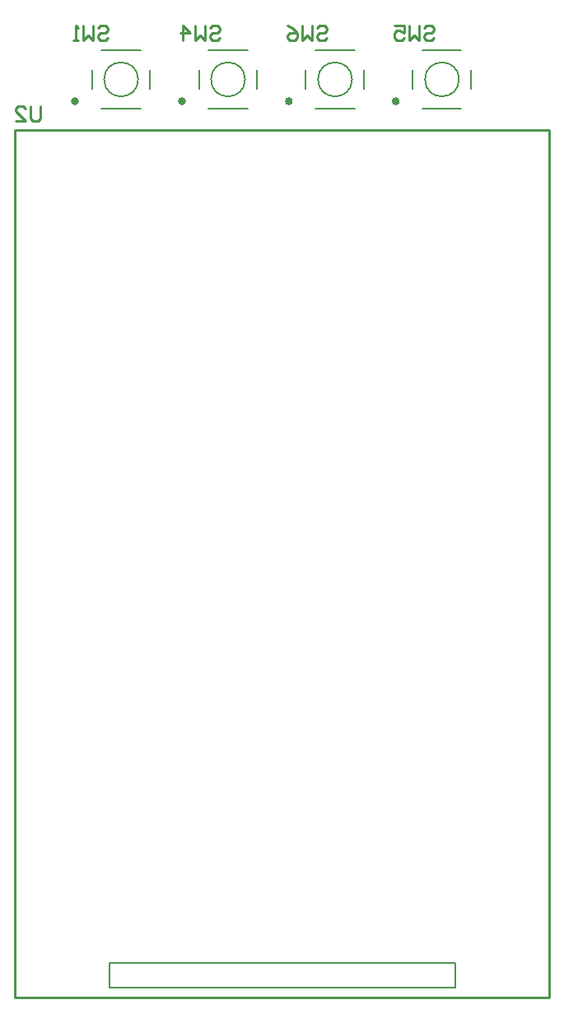
<source format=gbo>
G04*
G04 #@! TF.GenerationSoftware,Altium Limited,Altium Designer,24.9.1 (31)*
G04*
G04 Layer_Color=32896*
%FSLAX44Y44*%
%MOMM*%
G71*
G04*
G04 #@! TF.SameCoordinates,08A160DE-048D-4C44-B89D-0D19DBCE6055*
G04*
G04*
G04 #@! TF.FilePolarity,Positive*
G04*
G01*
G75*
%ADD10C,0.1270*%
%ADD13C,0.2540*%
%ADD64C,0.4000*%
D10*
X396014Y2952670D02*
G03*
X396014Y2952670I-17500J0D01*
G01*
X176014D02*
G03*
X176014Y2952670I-17500J0D01*
G01*
X286014D02*
G03*
X286014Y2952670I-17500J0D01*
G01*
X506014D02*
G03*
X506014Y2952670I-17500J0D01*
G01*
X501904Y2018030D02*
Y2043430D01*
X146304D02*
X501904D01*
X146304Y2018030D02*
X501904D01*
X146304D02*
Y2043430D01*
X348514Y2942670D02*
Y2962670D01*
X408514Y2942670D02*
Y2962670D01*
X358514Y2922670D02*
X398514D01*
X358514Y2982670D02*
X398514D01*
X128514Y2942670D02*
Y2962670D01*
X188514Y2942670D02*
Y2962670D01*
X138514Y2922670D02*
X178514D01*
X138514Y2982670D02*
X178514D01*
X238514Y2942670D02*
Y2962670D01*
X298514Y2942670D02*
Y2962670D01*
X248514Y2922670D02*
X288514D01*
X248514Y2982670D02*
X288514D01*
X458514Y2942670D02*
Y2962670D01*
X518514Y2942670D02*
Y2962670D01*
X468514Y2922670D02*
X508514D01*
X468514Y2982670D02*
X508514D01*
D13*
X599104Y2008260D02*
Y2900260D01*
X49104Y2008260D02*
Y2900260D01*
X599104D01*
X49104Y2008260D02*
X599104D01*
X75692Y2924805D02*
Y2912109D01*
X73153Y2909570D01*
X68074D01*
X65535Y2912109D01*
Y2924805D01*
X50300Y2909570D02*
X60457D01*
X50300Y2919727D01*
Y2922266D01*
X52839Y2924805D01*
X57918D01*
X60457Y2922266D01*
X359921Y3005578D02*
X362461Y3008117D01*
X367539D01*
X370078Y3005578D01*
Y3003039D01*
X367539Y3000500D01*
X362461D01*
X359921Y2997960D01*
Y2995421D01*
X362461Y2992882D01*
X367539D01*
X370078Y2995421D01*
X354843Y3008117D02*
Y2992882D01*
X349765Y2997960D01*
X344686Y2992882D01*
Y3008117D01*
X329451D02*
X334529Y3005578D01*
X339608Y3000500D01*
Y2995421D01*
X337069Y2992882D01*
X331990D01*
X329451Y2995421D01*
Y2997960D01*
X331990Y3000500D01*
X339608D01*
X134877Y3005578D02*
X137416Y3008117D01*
X142495D01*
X145034Y3005578D01*
Y3003039D01*
X142495Y3000500D01*
X137416D01*
X134877Y2997960D01*
Y2995421D01*
X137416Y2992882D01*
X142495D01*
X145034Y2995421D01*
X129799Y3008117D02*
Y2992882D01*
X124721Y2997960D01*
X119642Y2992882D01*
Y3008117D01*
X114564Y2992882D02*
X109486D01*
X112025D01*
Y3008117D01*
X114564Y3005578D01*
X249939D02*
X252479Y3008117D01*
X257557D01*
X260096Y3005578D01*
Y3003039D01*
X257557Y3000500D01*
X252479D01*
X249939Y2997960D01*
Y2995421D01*
X252479Y2992882D01*
X257557D01*
X260096Y2995421D01*
X244861Y3008117D02*
Y2992882D01*
X239783Y2997960D01*
X234704Y2992882D01*
Y3008117D01*
X222008Y2992882D02*
Y3008117D01*
X229626Y3000500D01*
X219469D01*
X469903Y3005578D02*
X472443Y3008117D01*
X477521D01*
X480060Y3005578D01*
Y3003039D01*
X477521Y3000500D01*
X472443D01*
X469903Y2997960D01*
Y2995421D01*
X472443Y2992882D01*
X477521D01*
X480060Y2995421D01*
X464825Y3008117D02*
Y2992882D01*
X459747Y2997960D01*
X454668Y2992882D01*
Y3008117D01*
X439433D02*
X449590D01*
Y3000500D01*
X444511Y3003039D01*
X441972D01*
X439433Y3000500D01*
Y2995421D01*
X441972Y2992882D01*
X447051D01*
X449590Y2995421D01*
D64*
X333014Y2930170D02*
G03*
X333014Y2930170I-2000J0D01*
G01*
X113014D02*
G03*
X113014Y2930170I-2000J0D01*
G01*
X223014D02*
G03*
X223014Y2930170I-2000J0D01*
G01*
X443014D02*
G03*
X443014Y2930170I-2000J0D01*
G01*
M02*

</source>
